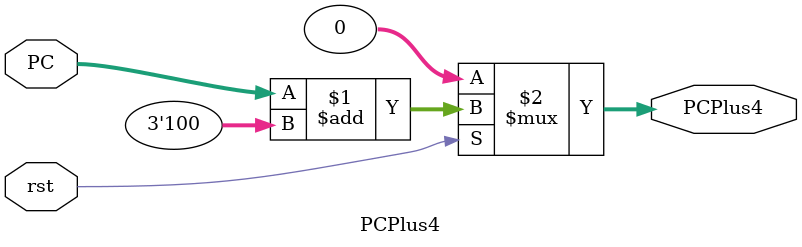
<source format=v>
module PCPlus4 (PC, rst, PCPlus4);

    input [31:0] PC;
    input rst;
    output [31:0] PCPlus4;

    assign PCPlus4 = (rst) ? (PC + 3'b100) : 'b0;

endmodule //PC_nextPlus4
</source>
